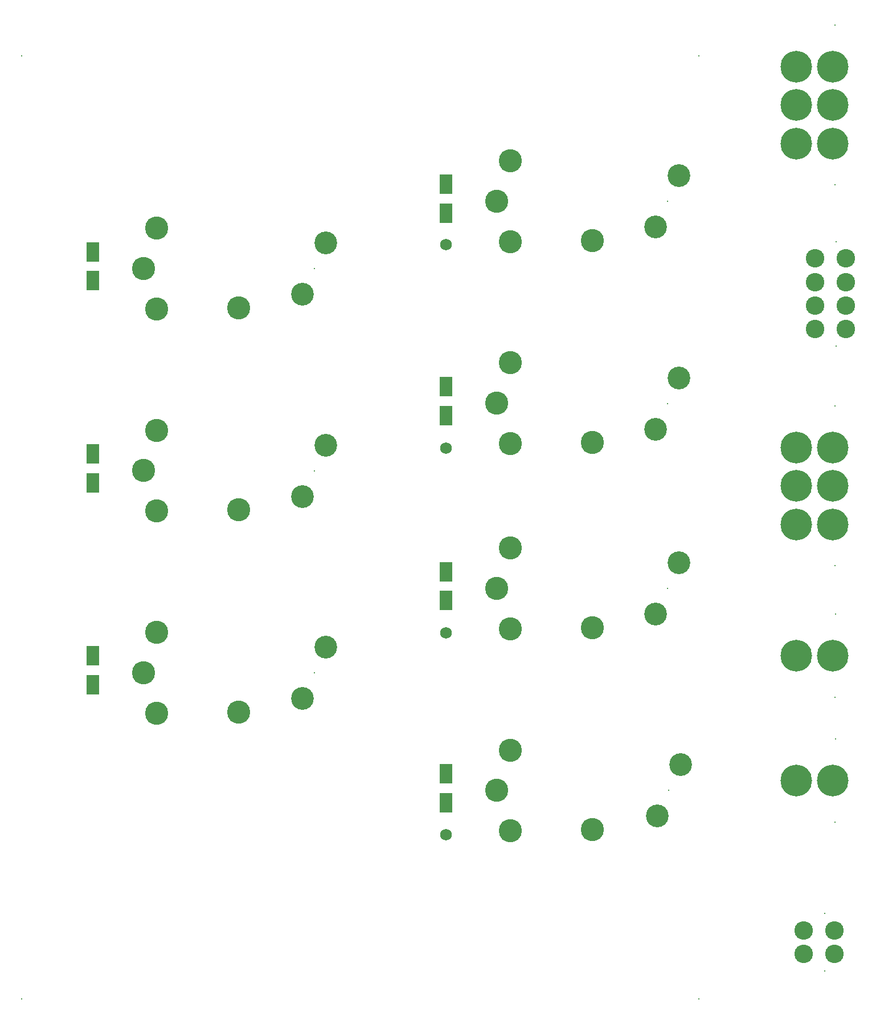
<source format=gts>
%FSLAX44Y44*%
%MOMM*%
G71*
G01*
G75*
G04 Layer_Color=8388736*
%ADD10R,1.7500X2.6500*%
%ADD11C,1.0000*%
%ADD12C,3.0000*%
%ADD13R,22.0000X11.0000*%
%ADD14R,4.3180X4.3180*%
%ADD15R,14.5000X10.5160*%
%ADD16R,14.5000X16.0000*%
%ADD17R,38.5000X6.5000*%
%ADD18R,8.5000X7.3660*%
%ADD19R,9.5000X6.8580*%
%ADD20C,1.5240*%
%ADD21C,2.5500*%
%ADD22C,3.2375*%
%ADD23C,3.1750*%
%ADD24C,4.5000*%
%ADD25R,4.3180X4.8260*%
%ADD26R,4.3180X4.5720*%
%ADD27R,11.1760X5.3340*%
%ADD28R,21.0820X16.2560*%
%ADD29R,3.3020X3.3020*%
%ADD30R,4.5720X4.3180*%
%ADD31R,12.5000X107.5000*%
%ADD32R,11.6906X5.2607*%
%ADD33R,3.7348X2.9724*%
%ADD34R,3.5560X2.2860*%
%ADD35R,3.3020X2.3608*%
%ADD36R,4.0640X3.3020*%
%ADD37R,3.8537X3.0480*%
%ADD38R,5.3340X3.0480*%
%ADD39R,5.5880X3.5560*%
%ADD40R,4.3180X3.5560*%
%ADD41R,4.3180X3.0480*%
%ADD42R,13.2780X8.0000*%
%ADD43R,12.5000X6.3600*%
%ADD44R,4.5720X3.5560*%
%ADD45C,0.0051*%
%ADD46C,0.2540*%
%ADD47C,0.2032*%
%ADD48R,1.9532X2.8532*%
%ADD49C,0.2032*%
%ADD50C,1.7272*%
%ADD51C,2.7532*%
%ADD52C,3.4407*%
%ADD53C,3.3782*%
%ADD54C,4.7032*%
D48*
X775000Y967000D02*
D03*
Y1010000D02*
D03*
Y667000D02*
D03*
Y710000D02*
D03*
X1300000Y1067000D02*
D03*
Y1110000D02*
D03*
X775000Y1267000D02*
D03*
Y1310000D02*
D03*
X1300000Y1367000D02*
D03*
Y1410000D02*
D03*
Y792000D02*
D03*
Y835000D02*
D03*
Y492000D02*
D03*
Y535000D02*
D03*
D49*
X668880Y200440D02*
D03*
Y1600440D02*
D03*
X1675380D02*
D03*
Y200440D02*
D03*
X1863090Y327260D02*
D03*
Y242260D02*
D03*
X1880000Y1170060D02*
D03*
Y1325000D02*
D03*
X1103810Y984746D02*
D03*
Y684746D02*
D03*
X1628810Y1084746D02*
D03*
X1103810Y1284746D02*
D03*
X1628810Y1384746D02*
D03*
Y809746D02*
D03*
X1631190Y510254D02*
D03*
X1878810Y586700D02*
D03*
X1878250Y463300D02*
D03*
X1878810Y771700D02*
D03*
X1878250Y648300D02*
D03*
Y1646700D02*
D03*
Y1409300D02*
D03*
Y1081000D02*
D03*
Y843600D02*
D03*
D50*
X1300000Y743740D02*
D03*
Y444020D02*
D03*
Y1018060D02*
D03*
Y1320320D02*
D03*
D51*
X1877060Y267260D02*
D03*
Y302260D02*
D03*
X1831340D02*
D03*
Y267260D02*
D03*
X1894200Y1300060D02*
D03*
X1848480D02*
D03*
Y1264910D02*
D03*
X1894200Y1265060D02*
D03*
Y1230060D02*
D03*
X1848200D02*
D03*
Y1195060D02*
D03*
X1894200D02*
D03*
D52*
X850000Y985000D02*
D03*
X870066Y925056D02*
D03*
Y1044944D02*
D03*
X991986Y926582D02*
D03*
X850000Y685000D02*
D03*
X870066Y625056D02*
D03*
Y744944D02*
D03*
X991986Y626582D02*
D03*
X1375000Y1085000D02*
D03*
X1395066Y1025056D02*
D03*
Y1144944D02*
D03*
X1516986Y1026582D02*
D03*
X850000Y1285000D02*
D03*
X870066Y1225056D02*
D03*
Y1344944D02*
D03*
X991986Y1226582D02*
D03*
X1375000Y1385000D02*
D03*
X1395066Y1325056D02*
D03*
Y1444944D02*
D03*
X1516986Y1326582D02*
D03*
X1375000Y810000D02*
D03*
X1395066Y750056D02*
D03*
Y869944D02*
D03*
X1516986Y751582D02*
D03*
X1375000Y510000D02*
D03*
X1395066Y450056D02*
D03*
Y569944D02*
D03*
X1516986Y451582D02*
D03*
D53*
X1086538Y946646D02*
D03*
X1121082Y1022846D02*
D03*
X1086538Y646646D02*
D03*
X1121082Y722846D02*
D03*
X1611538Y1046646D02*
D03*
X1646082Y1122846D02*
D03*
X1086538Y1246646D02*
D03*
X1121082Y1322846D02*
D03*
X1611538Y1346646D02*
D03*
X1646082Y1422846D02*
D03*
X1611538Y771646D02*
D03*
X1646082Y847846D02*
D03*
X1648462Y548354D02*
D03*
X1613918Y472154D02*
D03*
D54*
X1875000Y525000D02*
D03*
X1820390D02*
D03*
X1875000Y710000D02*
D03*
X1820390D02*
D03*
X1875000Y1585000D02*
D03*
X1820390D02*
D03*
Y1527850D02*
D03*
X1875000D02*
D03*
Y1470700D02*
D03*
X1820390D02*
D03*
X1875000Y1019300D02*
D03*
X1820390D02*
D03*
Y962150D02*
D03*
X1875000D02*
D03*
Y905000D02*
D03*
X1820390D02*
D03*
M02*

</source>
